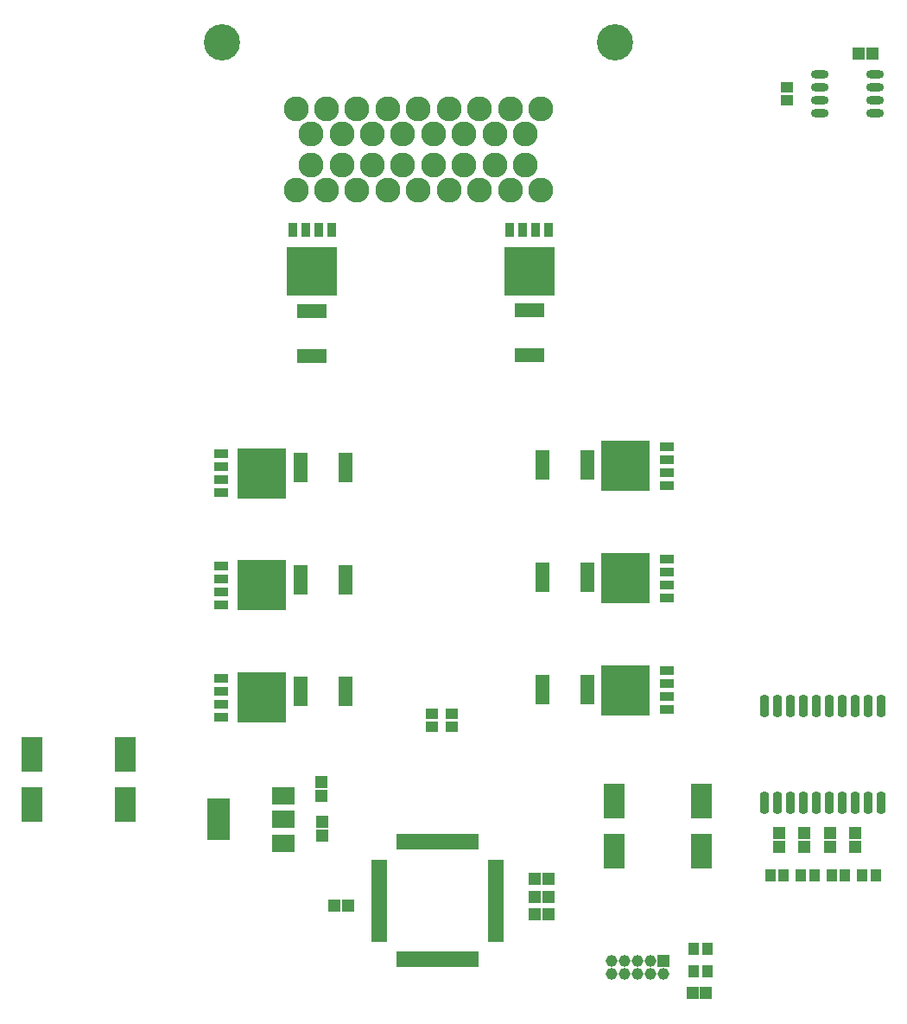
<source format=gts>
%FSLAX23Y23*%
%MOIN*%
%SFA1B1*%

%IPPOS*%
%AMD32*
4,1,8,-0.005900,-0.042400,0.005900,-0.042400,0.016800,-0.031500,0.016800,0.031500,0.005900,0.042400,-0.005900,0.042400,-0.016800,0.031500,-0.016800,-0.031500,-0.005900,-0.042400,0.0*
1,1,0.021820,-0.005900,-0.031500*
1,1,0.021820,0.005900,-0.031500*
1,1,0.021820,0.005900,0.031500*
1,1,0.021820,-0.005900,0.031500*
%
G04~CAMADD=32~8~0.0~0.0~336.2~848.0~109.1~0.0~15~0.0~0.0~0.0~0.0~0~0.0~0.0~0.0~0.0~0~0.0~0.0~0.0~180.0~336.0~848.0*
%ADD32D32*%
%ADD33R,0.057240X0.112360*%
%ADD34R,0.055280X0.037560*%
%ADD35R,0.191100X0.195040*%
%ADD36R,0.047400X0.043470*%
%ADD37R,0.049370X0.045430*%
%ADD38R,0.045430X0.049370*%
%ADD39R,0.043470X0.047400*%
%ADD40R,0.082840X0.137950*%
%ADD41R,0.037560X0.055280*%
%ADD42R,0.195040X0.191100*%
%ADD43R,0.112360X0.057240*%
%ADD44R,0.063150X0.021810*%
%ADD45R,0.021810X0.063150*%
%ADD46O,0.067090X0.033620*%
%ADD47R,0.088740X0.069060*%
%ADD48R,0.088740X0.159610*%
%ADD49C,0.139920*%
%ADD50C,0.096610*%
%ADD51C,0.045430*%
%ADD52R,0.045430X0.045430*%
%LNrev1_0-1*%
%LPD*%
G54D32*
X3284Y826D03*
X3334D03*
X3384D03*
X3434D03*
X3484D03*
X3534D03*
X3584D03*
X3634D03*
X3684D03*
X3734D03*
X3284Y1200D03*
X3334D03*
X3384D03*
X3434D03*
X3484D03*
X3534D03*
X3584D03*
X3634D03*
X3684D03*
X3734D03*
G54D33*
X1667Y1687D03*
X1493D03*
X1667Y1254D03*
X1493D03*
X2427Y1262D03*
X2600D03*
X2427Y1695D03*
X2600D03*
X2427Y2128D03*
X2600D03*
X1667Y2120D03*
X1493D03*
G54D34*
X1187Y1739D03*
Y1689D03*
Y1639D03*
Y1589D03*
Y1306D03*
Y1256D03*
Y1206D03*
Y1156D03*
X2906Y1184D03*
Y1234D03*
Y1284D03*
Y1334D03*
Y1617D03*
Y1667D03*
Y1717D03*
Y1767D03*
Y2050D03*
Y2100D03*
Y2150D03*
Y2200D03*
X1187Y2172D03*
Y2122D03*
Y2072D03*
Y2022D03*
G54D35*
X1345Y1664D03*
Y1231D03*
X2749Y1259D03*
Y1692D03*
Y2125D03*
X1345Y2097D03*
G54D36*
X2001Y1169D03*
Y1118D03*
X2076D03*
Y1169D03*
X3370Y3585D03*
Y3534D03*
G54D37*
X1573Y905D03*
Y852D03*
X1579Y700D03*
Y753D03*
X3635Y710D03*
Y657D03*
X3536Y710D03*
Y657D03*
X3438Y710D03*
Y657D03*
X3340Y710D03*
Y657D03*
G54D38*
X1623Y428D03*
X1676D03*
X2452Y531D03*
X2399D03*
X2452Y463D03*
X2399D03*
X2452Y396D03*
X2399D03*
X3006Y91D03*
X3059D03*
X3647Y3715D03*
X3701D03*
G54D39*
X3012Y261D03*
X3063D03*
X3012Y176D03*
X3063D03*
X3713Y545D03*
X3662D03*
X3595D03*
X3543D03*
X3476D03*
X3425D03*
X3358D03*
X3307D03*
G54D40*
X2705Y640D03*
Y833D03*
X459Y1011D03*
Y818D03*
X817Y1011D03*
Y818D03*
X3040Y833D03*
Y640D03*
G54D41*
X2452Y3035D03*
X2402D03*
X2352D03*
X2302D03*
X1613D03*
X1563D03*
X1513D03*
X1463D03*
G54D42*
X2377Y2877D03*
X1538D03*
G54D43*
X2379Y2551D03*
Y2725D03*
X1539Y2550D03*
Y2723D03*
G54D44*
X2249Y300D03*
Y319D03*
Y339D03*
Y359D03*
Y378D03*
Y398D03*
Y418D03*
Y437D03*
Y457D03*
Y477D03*
Y496D03*
Y516D03*
Y536D03*
Y556D03*
Y575D03*
Y595D03*
X1796D03*
Y575D03*
Y556D03*
Y536D03*
Y516D03*
Y496D03*
Y477D03*
Y457D03*
Y437D03*
Y418D03*
Y398D03*
Y378D03*
Y359D03*
Y339D03*
Y319D03*
Y300D03*
G54D45*
X2170Y674D03*
X2150D03*
X2131D03*
X2111D03*
X2091D03*
X2072D03*
X2052D03*
X2032D03*
X2013D03*
X1993D03*
X1973D03*
X1954D03*
X1934D03*
X1914D03*
X1895D03*
X1875D03*
Y221D03*
X1895D03*
X1914D03*
X1934D03*
X1954D03*
X1973D03*
X1993D03*
X2013D03*
X2032D03*
X2052D03*
X2072D03*
X2091D03*
X2111D03*
X2131D03*
X2150D03*
X2170D03*
G54D46*
X3498Y3634D03*
Y3584D03*
Y3534D03*
Y3484D03*
X3712Y3634D03*
Y3584D03*
Y3534D03*
Y3484D03*
G54D47*
X1426Y670D03*
Y761D03*
Y851D03*
G54D48*
X1178Y761D03*
G54D49*
X1190Y3759D03*
X2706D03*
G54D50*
X2421Y3503D03*
X2303D03*
X2185D03*
X2066D03*
X1948D03*
X1830D03*
X1712D03*
X1594D03*
X1476D03*
X2362Y3405D03*
X2244D03*
X2125D03*
X2007D03*
X1889D03*
X1771D03*
X1653D03*
X1535D03*
X2362Y3287D03*
X2244D03*
X2125D03*
X2007D03*
X1889D03*
X1771D03*
X1653D03*
X1535D03*
X2421Y3188D03*
X2303D03*
X2185D03*
X2066D03*
X1948D03*
X1830D03*
X1712D03*
X1594D03*
X1476D03*
G54D51*
X2695Y214D03*
Y164D03*
X2745Y214D03*
Y164D03*
X2795Y214D03*
Y164D03*
X2845Y214D03*
Y164D03*
X2895D03*
G54D52*
X2895Y214D03*
M02*
</source>
